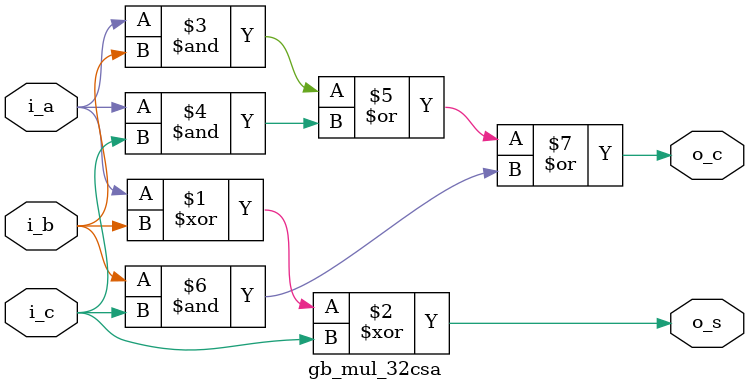
<source format=v>
module gb_mul_32csa (
    input wire i_a,
    input wire i_b,
    input wire i_c,

    output wire o_s,
    output wire o_c
);

    assign o_s = i_a ^ i_b ^ i_c;
    assign o_c = (i_a & i_b) | (i_a & i_c) | (i_b & i_c);

endmodule
</source>
